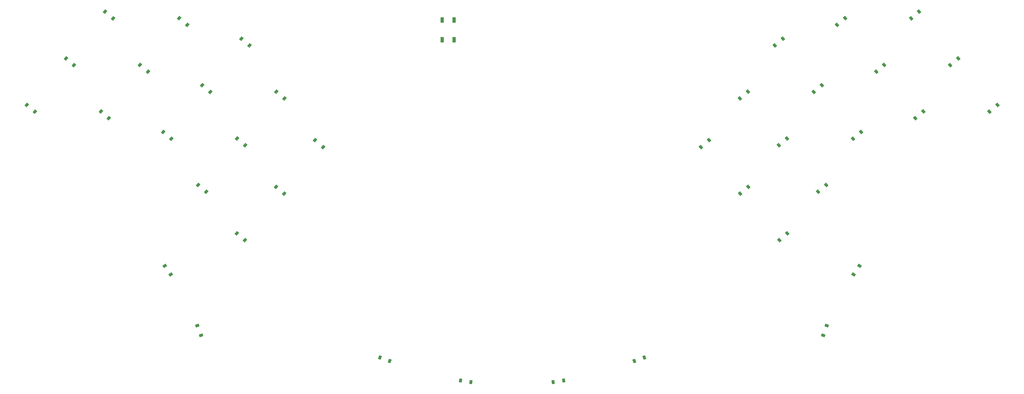
<source format=gbr>
%TF.GenerationSoftware,KiCad,Pcbnew,8.0.1*%
%TF.CreationDate,2024-05-19T15:34:10+09:00*%
%TF.ProjectId,pcb_plate,7063625f-706c-4617-9465-2e6b69636164,v1.0.0*%
%TF.SameCoordinates,Original*%
%TF.FileFunction,Paste,Top*%
%TF.FilePolarity,Positive*%
%FSLAX46Y46*%
G04 Gerber Fmt 4.6, Leading zero omitted, Abs format (unit mm)*
G04 Created by KiCad (PCBNEW 8.0.1) date 2024-05-19 15:34:10*
%MOMM*%
%LPD*%
G01*
G04 APERTURE LIST*
G04 Aperture macros list*
%AMRotRect*
0 Rectangle, with rotation*
0 The origin of the aperture is its center*
0 $1 length*
0 $2 width*
0 $3 Rotation angle, in degrees counterclockwise*
0 Add horizontal line*
21,1,$1,$2,0,0,$3*%
G04 Aperture macros list end*
%ADD10R,1.100000X1.800000*%
%ADD11RotRect,0.900000X1.200000X40.000000*%
%ADD12RotRect,0.900000X1.200000X320.000000*%
%ADD13RotRect,0.900000X1.200000X20.000000*%
%ADD14RotRect,0.900000X1.200000X305.000000*%
%ADD15RotRect,0.900000X1.200000X55.000000*%
%ADD16RotRect,0.900000X1.200000X350.000000*%
%ADD17RotRect,0.900000X1.200000X290.000000*%
%ADD18RotRect,0.900000X1.200000X10.000000*%
%ADD19RotRect,0.900000X1.200000X340.000000*%
%ADD20RotRect,0.900000X1.200000X70.000000*%
G04 APERTURE END LIST*
D10*
%TO.C,B1*%
X164516091Y-136867156D03*
X164516091Y-143067149D03*
X160816091Y-136867155D03*
X160816091Y-143067148D03*
%TD*%
D11*
%TO.C,D32*%
X266256255Y-205831048D03*
X268784199Y-203709846D03*
%TD*%
D12*
%TO.C,D4*%
X53993038Y-165515218D03*
X56520986Y-167636422D03*
%TD*%
D11*
%TO.C,D25*%
X284320980Y-138450129D03*
X286848924Y-136328927D03*
%TD*%
D13*
%TO.C,D37*%
X220925692Y-243691725D03*
X224026676Y-242563061D03*
%TD*%
D12*
%TO.C,D2*%
X43073420Y-148892170D03*
X45601368Y-151013374D03*
%TD*%
D11*
%TO.C,D33*%
X254011157Y-191237905D03*
X256539101Y-189116703D03*
%TD*%
D12*
%TO.C,D15*%
X121038173Y-174523551D03*
X123566121Y-176644755D03*
%TD*%
%TO.C,D13*%
X96547964Y-203709846D03*
X99075912Y-205831050D03*
%TD*%
D11*
%TO.C,D27*%
X277074899Y-159451118D03*
X279602843Y-157329916D03*
%TD*%
%TO.C,D34*%
X241766052Y-176644750D03*
X244293996Y-174523548D03*
%TD*%
D14*
%TO.C,D16*%
X73993021Y-213845730D03*
X75885819Y-216548928D03*
%TD*%
D15*
%TO.C,D35*%
X289446352Y-216548938D03*
X291339150Y-213845734D03*
%TD*%
D12*
%TO.C,D8*%
X85729331Y-157329918D03*
X88257279Y-159451122D03*
%TD*%
%TO.C,D5*%
X66238140Y-150922072D03*
X68766088Y-153043276D03*
%TD*%
D11*
%TO.C,D29*%
X278400384Y-190667313D03*
X280928328Y-188546111D03*
%TD*%
%TO.C,D21*%
X319730803Y-151013373D03*
X322258747Y-148892171D03*
%TD*%
D16*
%TO.C,D19*%
X166548953Y-249725842D03*
X169798819Y-250298878D03*
%TD*%
D12*
%TO.C,D11*%
X96648940Y-173952967D03*
X99176888Y-176074171D03*
%TD*%
D11*
%TO.C,D20*%
X331975910Y-165606521D03*
X334503854Y-163485319D03*
%TD*%
D17*
%TO.C,D17*%
X84187711Y-232536709D03*
X85316375Y-235637693D03*
%TD*%
D11*
%TO.C,D23*%
X308811192Y-167636423D03*
X311339136Y-165515221D03*
%TD*%
%TO.C,D28*%
X264829797Y-144857969D03*
X267357741Y-142736767D03*
%TD*%
D12*
%TO.C,D7*%
X73484220Y-171923065D03*
X76012168Y-174044269D03*
%TD*%
%TO.C,D9*%
X97974434Y-142736770D03*
X100502382Y-144857974D03*
%TD*%
D11*
%TO.C,D26*%
X289319999Y-174044268D03*
X291847943Y-171923066D03*
%TD*%
D18*
%TO.C,D38*%
X195533347Y-250298878D03*
X198783211Y-249725842D03*
%TD*%
D12*
%TO.C,D3*%
X55318519Y-134299023D03*
X57846467Y-136420227D03*
%TD*%
D11*
%TO.C,D22*%
X307485696Y-136420229D03*
X310013640Y-134299027D03*
%TD*%
D12*
%TO.C,D10*%
X84403843Y-188546116D03*
X86931791Y-190667320D03*
%TD*%
D11*
%TO.C,D30*%
X266155282Y-176074168D03*
X268683226Y-173952966D03*
%TD*%
%TO.C,D24*%
X296566089Y-153043275D03*
X299094033Y-150922073D03*
%TD*%
D12*
%TO.C,D1*%
X30828319Y-163485316D03*
X33356267Y-165606520D03*
%TD*%
D19*
%TO.C,D18*%
X141305491Y-242563058D03*
X144406477Y-243691722D03*
%TD*%
D12*
%TO.C,D14*%
X108793068Y-189116701D03*
X111321016Y-191237905D03*
%TD*%
D20*
%TO.C,D36*%
X280015794Y-235637700D03*
X281144458Y-232536714D03*
%TD*%
D12*
%TO.C,D6*%
X78483248Y-136328921D03*
X81011196Y-138450125D03*
%TD*%
D11*
%TO.C,D31*%
X253910173Y-161481022D03*
X256438117Y-159359820D03*
%TD*%
D12*
%TO.C,D12*%
X108894043Y-159359819D03*
X111421991Y-161481023D03*
%TD*%
M02*

</source>
